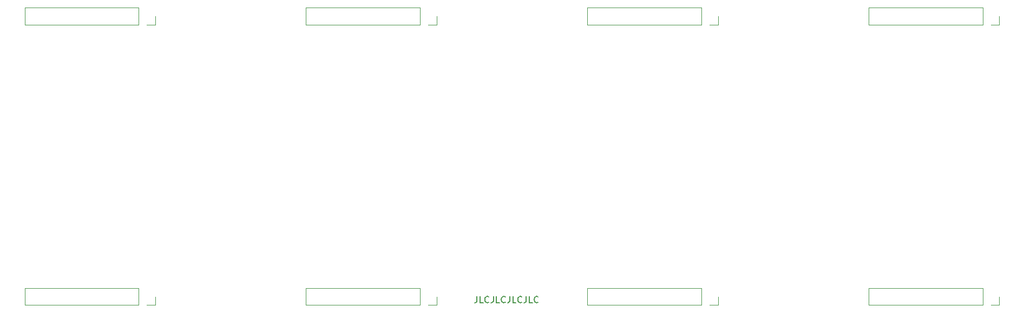
<source format=gbr>
G04 #@! TF.GenerationSoftware,KiCad,Pcbnew,5.0.2+dfsg1-1*
G04 #@! TF.CreationDate,2020-04-26T20:47:29+02:00*
G04 #@! TF.ProjectId,midirouter,6d696469-726f-4757-9465-722e6b696361,rev?*
G04 #@! TF.SameCoordinates,Original*
G04 #@! TF.FileFunction,Legend,Top*
G04 #@! TF.FilePolarity,Positive*
%FSLAX46Y46*%
G04 Gerber Fmt 4.6, Leading zero omitted, Abs format (unit mm)*
G04 Created by KiCad (PCBNEW 5.0.2+dfsg1-1) date Sun 26 Apr 2020 08:47:29 PM CEST*
%MOMM*%
%LPD*%
G01*
G04 APERTURE LIST*
%ADD10C,0.150000*%
%ADD11C,0.120000*%
G04 APERTURE END LIST*
D10*
X97630952Y-89952380D02*
X97630952Y-90666666D01*
X97583333Y-90809523D01*
X97488095Y-90904761D01*
X97345238Y-90952380D01*
X97250000Y-90952380D01*
X98583333Y-90952380D02*
X98107142Y-90952380D01*
X98107142Y-89952380D01*
X99488095Y-90857142D02*
X99440476Y-90904761D01*
X99297619Y-90952380D01*
X99202380Y-90952380D01*
X99059523Y-90904761D01*
X98964285Y-90809523D01*
X98916666Y-90714285D01*
X98869047Y-90523809D01*
X98869047Y-90380952D01*
X98916666Y-90190476D01*
X98964285Y-90095238D01*
X99059523Y-90000000D01*
X99202380Y-89952380D01*
X99297619Y-89952380D01*
X99440476Y-90000000D01*
X99488095Y-90047619D01*
X100202380Y-89952380D02*
X100202380Y-90666666D01*
X100154761Y-90809523D01*
X100059523Y-90904761D01*
X99916666Y-90952380D01*
X99821428Y-90952380D01*
X101154761Y-90952380D02*
X100678571Y-90952380D01*
X100678571Y-89952380D01*
X102059523Y-90857142D02*
X102011904Y-90904761D01*
X101869047Y-90952380D01*
X101773809Y-90952380D01*
X101630952Y-90904761D01*
X101535714Y-90809523D01*
X101488095Y-90714285D01*
X101440476Y-90523809D01*
X101440476Y-90380952D01*
X101488095Y-90190476D01*
X101535714Y-90095238D01*
X101630952Y-90000000D01*
X101773809Y-89952380D01*
X101869047Y-89952380D01*
X102011904Y-90000000D01*
X102059523Y-90047619D01*
X102773809Y-89952380D02*
X102773809Y-90666666D01*
X102726190Y-90809523D01*
X102630952Y-90904761D01*
X102488095Y-90952380D01*
X102392857Y-90952380D01*
X103726190Y-90952380D02*
X103250000Y-90952380D01*
X103250000Y-89952380D01*
X104630952Y-90857142D02*
X104583333Y-90904761D01*
X104440476Y-90952380D01*
X104345238Y-90952380D01*
X104202380Y-90904761D01*
X104107142Y-90809523D01*
X104059523Y-90714285D01*
X104011904Y-90523809D01*
X104011904Y-90380952D01*
X104059523Y-90190476D01*
X104107142Y-90095238D01*
X104202380Y-90000000D01*
X104345238Y-89952380D01*
X104440476Y-89952380D01*
X104583333Y-90000000D01*
X104630952Y-90047619D01*
X105345238Y-89952380D02*
X105345238Y-90666666D01*
X105297619Y-90809523D01*
X105202380Y-90904761D01*
X105059523Y-90952380D01*
X104964285Y-90952380D01*
X106297619Y-90952380D02*
X105821428Y-90952380D01*
X105821428Y-89952380D01*
X107202380Y-90857142D02*
X107154761Y-90904761D01*
X107011904Y-90952380D01*
X106916666Y-90952380D01*
X106773809Y-90904761D01*
X106678571Y-90809523D01*
X106630952Y-90714285D01*
X106583333Y-90523809D01*
X106583333Y-90380952D01*
X106630952Y-90190476D01*
X106678571Y-90095238D01*
X106773809Y-90000000D01*
X106916666Y-89952380D01*
X107011904Y-89952380D01*
X107154761Y-90000000D01*
X107202380Y-90047619D01*
D11*
G04 #@! TO.C,J2*
X47330000Y-46000000D02*
X47330000Y-47330000D01*
X47330000Y-47330000D02*
X46000000Y-47330000D01*
X44730000Y-47330000D02*
X26890000Y-47330000D01*
X26890000Y-44670000D02*
X26890000Y-47330000D01*
X44730000Y-44670000D02*
X26890000Y-44670000D01*
X44730000Y-44670000D02*
X44730000Y-47330000D01*
G04 #@! TO.C,J3*
X88730000Y-44670000D02*
X88730000Y-47330000D01*
X88730000Y-44670000D02*
X70890000Y-44670000D01*
X70890000Y-44670000D02*
X70890000Y-47330000D01*
X88730000Y-47330000D02*
X70890000Y-47330000D01*
X91330000Y-47330000D02*
X90000000Y-47330000D01*
X91330000Y-46000000D02*
X91330000Y-47330000D01*
G04 #@! TO.C,J4*
X132730000Y-44670000D02*
X132730000Y-47330000D01*
X132730000Y-44670000D02*
X114890000Y-44670000D01*
X114890000Y-44670000D02*
X114890000Y-47330000D01*
X132730000Y-47330000D02*
X114890000Y-47330000D01*
X135330000Y-47330000D02*
X134000000Y-47330000D01*
X135330000Y-46000000D02*
X135330000Y-47330000D01*
G04 #@! TO.C,J5*
X176730000Y-44670000D02*
X176730000Y-47330000D01*
X176730000Y-44670000D02*
X158890000Y-44670000D01*
X158890000Y-44670000D02*
X158890000Y-47330000D01*
X176730000Y-47330000D02*
X158890000Y-47330000D01*
X179330000Y-47330000D02*
X178000000Y-47330000D01*
X179330000Y-46000000D02*
X179330000Y-47330000D01*
G04 #@! TO.C,J6*
X44730000Y-88670000D02*
X44730000Y-91330000D01*
X44730000Y-88670000D02*
X26890000Y-88670000D01*
X26890000Y-88670000D02*
X26890000Y-91330000D01*
X44730000Y-91330000D02*
X26890000Y-91330000D01*
X47330000Y-91330000D02*
X46000000Y-91330000D01*
X47330000Y-90000000D02*
X47330000Y-91330000D01*
G04 #@! TO.C,J7*
X91330000Y-90000000D02*
X91330000Y-91330000D01*
X91330000Y-91330000D02*
X90000000Y-91330000D01*
X88730000Y-91330000D02*
X70890000Y-91330000D01*
X70890000Y-88670000D02*
X70890000Y-91330000D01*
X88730000Y-88670000D02*
X70890000Y-88670000D01*
X88730000Y-88670000D02*
X88730000Y-91330000D01*
G04 #@! TO.C,J8*
X135330000Y-90000000D02*
X135330000Y-91330000D01*
X135330000Y-91330000D02*
X134000000Y-91330000D01*
X132730000Y-91330000D02*
X114890000Y-91330000D01*
X114890000Y-88670000D02*
X114890000Y-91330000D01*
X132730000Y-88670000D02*
X114890000Y-88670000D01*
X132730000Y-88670000D02*
X132730000Y-91330000D01*
G04 #@! TO.C,J9*
X179330000Y-90000000D02*
X179330000Y-91330000D01*
X179330000Y-91330000D02*
X178000000Y-91330000D01*
X176730000Y-91330000D02*
X158890000Y-91330000D01*
X158890000Y-88670000D02*
X158890000Y-91330000D01*
X176730000Y-88670000D02*
X158890000Y-88670000D01*
X176730000Y-88670000D02*
X176730000Y-91330000D01*
G04 #@! TD*
M02*

</source>
